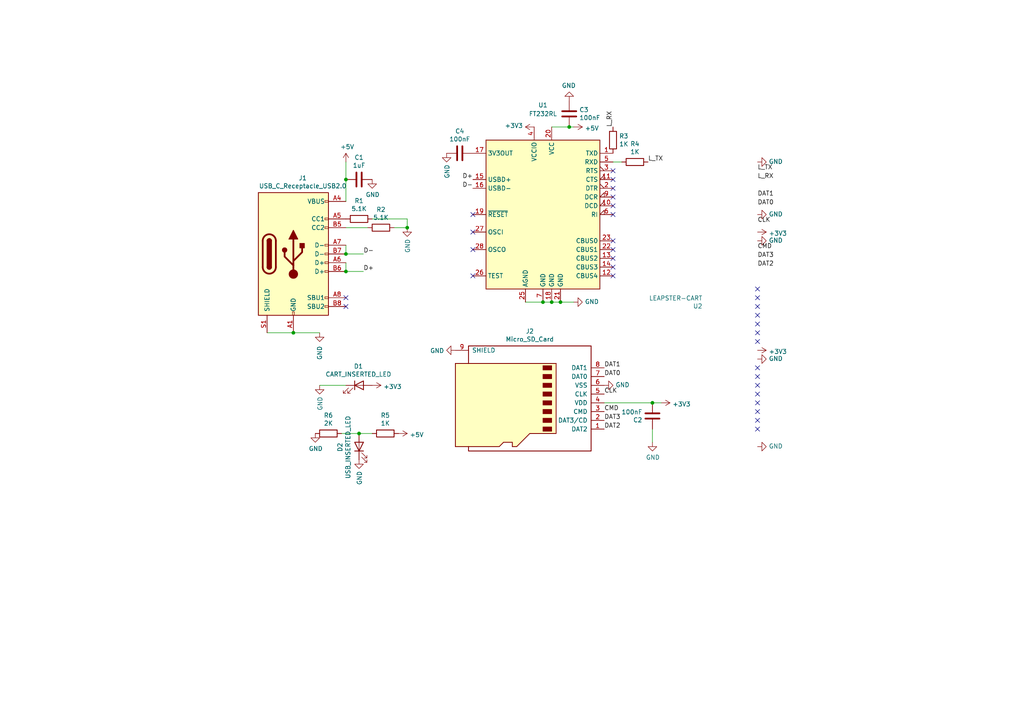
<source format=kicad_sch>
(kicad_sch (version 20211123) (generator eeschema)
  (paper "A4")
  (lib_symbols
    (symbol "Connector:Micro_SD_Card" (pin_names (offset 1.016))
      (property "Reference" "J" (at -16.51 15.24 0))
      (property "Value" "Micro_SD_Card" (at 16.51 15.24 0))
      (symbol "Micro_SD_Card_0_1"
        (rectangle (start -7.62 -9.525) (end -5.08 -10.795) (fill (type outline)))
        (rectangle (start -7.62 -6.985) (end -5.08 -8.255) (fill (type outline)))
        (rectangle (start -7.62 -4.445) (end -5.08 -5.715) (fill (type outline)))
        (rectangle (start -7.62 -1.905) (end -5.08 -3.175) (fill (type outline)))
        (rectangle (start -7.62 0.635) (end -5.08 -0.635) (fill (type outline)))
        (rectangle (start -7.62 3.175) (end -5.08 1.905) (fill (type outline)))
        (rectangle (start -7.62 5.715) (end -5.08 4.445) (fill (type outline)))
        (rectangle (start -7.62 8.255) (end -5.08 6.985) (fill (type outline)))
        (polyline (pts (xy 16.51 12.7) (xy 16.51 13.97) (xy -19.05 13.97) (xy -19.05 -16.51) (xy 16.51 -16.51) (xy 16.51 -11.43)) (stroke (width 0.254)))
        (polyline (pts (xy -8.89 -11.43) (xy -8.89 8.89) (xy -1.27 8.89) (xy 2.54 12.7) (xy 3.81 12.7) (xy 3.81 11.43) (xy 6.35 11.43) (xy 7.62 12.7) (xy 20.32 12.7) (xy 20.32 -11.43) (xy -8.89 -11.43)) (stroke (width 0.254)) (fill (type background)))
      )
      (symbol "Micro_SD_Card_1_1"
        (pin bidirectional line (at -22.86 7.62 0) (length 3.81) (name "DAT2") (number "1"))
        (pin bidirectional line (at -22.86 5.08 0) (length 3.81) (name "DAT3/CD") (number "2"))
        (pin input line (at -22.86 2.54 0) (length 3.81) (name "CMD") (number "3"))
        (pin power_in line (at -22.86 0 0) (length 3.81) (name "VDD") (number "4"))
        (pin input line (at -22.86 -2.54 0) (length 3.81) (name "CLK") (number "5"))
        (pin power_in line (at -22.86 -5.08 0) (length 3.81) (name "VSS") (number "6"))
        (pin bidirectional line (at -22.86 -7.62 0) (length 3.81) (name "DAT0") (number "7"))
        (pin bidirectional line (at -22.86 -10.16 0) (length 3.81) (name "DAT1") (number "8"))
        (pin passive line (at 20.32 -15.24 180) (length 3.81) (name "SHIELD") (number "9"))
      )
    )
    (symbol "Connector:USB_C_Receptacle_USB2.0" (pin_names (offset 1.016))
      (property "Reference" "J" (at -10.16 19.05 0))
      (property "Value" "USB_C_Receptacle_USB2.0" (at 19.05 19.05 0))
      (symbol "USB_C_Receptacle_USB2.0_0_0"
        (rectangle (start -0.254 -17.78) (end 0.254 -16.764))
        (rectangle (start 10.16 -14.986) (end 9.144 -15.494))
        (rectangle (start 10.16 -12.446) (end 9.144 -12.954))
        (rectangle (start 10.16 -4.826) (end 9.144 -5.334))
        (rectangle (start 10.16 -2.286) (end 9.144 -2.794))
        (rectangle (start 10.16 0.254) (end 9.144 -0.254))
        (rectangle (start 10.16 2.794) (end 9.144 2.286))
        (rectangle (start 10.16 7.874) (end 9.144 7.366))
        (rectangle (start 10.16 10.414) (end 9.144 9.906))
        (rectangle (start 10.16 15.494) (end 9.144 14.986))
      )
      (symbol "USB_C_Receptacle_USB2.0_0_1"
        (rectangle (start -10.16 17.78) (end 10.16 -17.78) (stroke (width 0.254)) (fill (type background)))
        (arc (start -8.89 -3.81) (mid -6.985 -5.715) (end -5.08 -3.81) (stroke (width 0.508)))
        (arc (start -7.62 -3.81) (mid -6.985 -4.445) (end -6.35 -3.81) (stroke (width 0.254)))
        (arc (start -7.62 -3.81) (mid -6.985 -4.445) (end -6.35 -3.81) (stroke (width 0.254)) (fill (type outline)))
        (rectangle (start -7.62 -3.81) (end -6.35 3.81) (stroke (width 0.254)) (fill (type outline)))
        (arc (start -6.35 3.81) (mid -6.985 4.445) (end -7.62 3.81) (stroke (width 0.254)))
        (arc (start -6.35 3.81) (mid -6.985 4.445) (end -7.62 3.81) (stroke (width 0.254)) (fill (type outline)))
        (arc (start -5.08 3.81) (mid -6.985 5.715) (end -8.89 3.81) (stroke (width 0.508)))
        (circle (center -2.54 1.143) (radius 0.635) (stroke (width 0.254)) (fill (type outline)))
        (circle (center 0 -5.842) (radius 1.27) (fill (type outline)))
        (polyline (pts (xy -8.89 -3.81) (xy -8.89 3.81)) (stroke (width 0.508)))
        (polyline (pts (xy -5.08 3.81) (xy -5.08 -3.81)) (stroke (width 0.508)))
        (polyline (pts (xy 0 -5.842) (xy 0 4.318)) (stroke (width 0.508)))
        (polyline (pts (xy 0 -3.302) (xy -2.54 -0.762) (xy -2.54 0.508)) (stroke (width 0.508)))
        (polyline (pts (xy 0 -2.032) (xy 2.54 0.508) (xy 2.54 1.778)) (stroke (width 0.508)))
        (polyline (pts (xy -1.27 4.318) (xy 0 6.858) (xy 1.27 4.318) (xy -1.27 4.318)) (stroke (width 0.254)) (fill (type outline)))
        (rectangle (start 1.905 1.778) (end 3.175 3.048) (stroke (width 0.254)) (fill (type outline)))
      )
      (symbol "USB_C_Receptacle_USB2.0_1_1"
        (pin passive line (at 0 -22.86 90) (length 5.08) (name "GND") (number "A1"))
        (pin passive line (at 0 -22.86 90) (length 5.08) hide (name "GND") (number "A12"))
        (pin passive line (at 15.24 15.24 180) (length 5.08) (name "VBUS") (number "A4"))
        (pin bidirectional line (at 15.24 10.16 180) (length 5.08) (name "CC1") (number "A5"))
        (pin bidirectional line (at 15.24 -2.54 180) (length 5.08) (name "D+") (number "A6"))
        (pin bidirectional line (at 15.24 2.54 180) (length 5.08) (name "D-") (number "A7"))
        (pin bidirectional line (at 15.24 -12.7 180) (length 5.08) (name "SBU1") (number "A8"))
        (pin passive line (at 15.24 15.24 180) (length 5.08) hide (name "VBUS") (number "A9"))
        (pin passive line (at 0 -22.86 90) (length 5.08) hide (name "GND") (number "B1"))
        (pin passive line (at 0 -22.86 90) (length 5.08) hide (name "GND") (number "B12"))
        (pin passive line (at 15.24 15.24 180) (length 5.08) hide (name "VBUS") (number "B4"))
        (pin bidirectional line (at 15.24 7.62 180) (length 5.08) (name "CC2") (number "B5"))
        (pin bidirectional line (at 15.24 -5.08 180) (length 5.08) (name "D+") (number "B6"))
        (pin bidirectional line (at 15.24 0 180) (length 5.08) (name "D-") (number "B7"))
        (pin bidirectional line (at 15.24 -15.24 180) (length 5.08) (name "SBU2") (number "B8"))
        (pin passive line (at 15.24 15.24 180) (length 5.08) hide (name "VBUS") (number "B9"))
        (pin passive line (at -7.62 -22.86 90) (length 5.08) (name "SHIELD") (number "S1"))
      )
    )
    (symbol "Device:C" (pin_numbers hide) (pin_names (offset 0.254))
      (property "Reference" "C" (at 0.635 2.54 0))
      (property "Value" "C" (at 0.635 -2.54 0))
      (symbol "C_0_1"
        (polyline (pts (xy -2.032 -0.762) (xy 2.032 -0.762)) (stroke (width 0.508)))
        (polyline (pts (xy -2.032 0.762) (xy 2.032 0.762)) (stroke (width 0.508)))
      )
      (symbol "C_1_1"
        (pin passive line (at 0 3.81 270) (length 2.794) (name "~") (number "1"))
        (pin passive line (at 0 -3.81 90) (length 2.794) (name "~") (number "2"))
      )
    )
    (symbol "Device:LED" (pin_numbers hide) (pin_names (offset 1.016) hide)
      (property "Reference" "D" (at 0 2.54 0))
      (property "Value" "LED" (at 0 -2.54 0))
      (symbol "LED_0_1"
        (polyline (pts (xy -1.27 -1.27) (xy -1.27 1.27)) (stroke (width 0.254)))
        (polyline (pts (xy -1.27 0) (xy 1.27 0)))
        (polyline (pts (xy 1.27 -1.27) (xy 1.27 1.27) (xy -1.27 0) (xy 1.27 -1.27)) (stroke (width 0.254)))
        (polyline (pts (xy -3.048 -0.762) (xy -4.572 -2.286) (xy -3.81 -2.286) (xy -4.572 -2.286) (xy -4.572 -1.524)))
        (polyline (pts (xy -1.778 -0.762) (xy -3.302 -2.286) (xy -2.54 -2.286) (xy -3.302 -2.286) (xy -3.302 -1.524)))
      )
      (symbol "LED_1_1"
        (pin passive line (at -3.81 0 0) (length 2.54) (name "K") (number "1"))
        (pin passive line (at 3.81 0 180) (length 2.54) (name "A") (number "2"))
      )
    )
    (symbol "Device:R" (pin_numbers hide) (pin_names (offset 0))
      (property "Reference" "R" (at 2.032 0 90))
      (property "Value" "R" (at 0 0 90))
      (symbol "R_0_1"
        (rectangle (start -1.016 -2.54) (end 1.016 2.54) (stroke (width 0.254)))
      )
      (symbol "R_1_1"
        (pin passive line (at 0 3.81 270) (length 1.27) (name "~") (number "1"))
        (pin passive line (at 0 -3.81 90) (length 1.27) (name "~") (number "2"))
      )
    )
    (symbol "Interface_USB:FT232RL"
      (property "Reference" "U" (at -16.51 22.86 0))
      (property "Value" "FT232RL" (at 10.16 22.86 0))
      (symbol "FT232RL_0_1"
        (rectangle (start -16.51 21.59) (end 16.51 -21.59) (stroke (width 0.254)) (fill (type background)))
      )
      (symbol "FT232RL_1_1"
        (pin output line (at 20.32 17.78 180) (length 3.81) (name "TXD") (number "1"))
        (pin input input_low (at 20.32 2.54 180) (length 3.81) (name "DCD") (number "10"))
        (pin input input_low (at 20.32 10.16 180) (length 3.81) (name "CTS") (number "11"))
        (pin bidirectional line (at 20.32 -17.78 180) (length 3.81) (name "CBUS4") (number "12"))
        (pin bidirectional line (at 20.32 -12.7 180) (length 3.81) (name "CBUS2") (number "13"))
        (pin bidirectional line (at 20.32 -15.24 180) (length 3.81) (name "CBUS3") (number "14"))
        (pin bidirectional line (at -20.32 10.16 0) (length 3.81) (name "USBD+") (number "15"))
        (pin bidirectional line (at -20.32 7.62 0) (length 3.81) (name "USBD-") (number "16"))
        (pin power_out line (at -20.32 17.78 0) (length 3.81) (name "3V3OUT") (number "17"))
        (pin power_in line (at 2.54 -25.4 90) (length 3.81) (name "GND") (number "18"))
        (pin input line (at -20.32 0 0) (length 3.81) (name "~{RESET}") (number "19"))
        (pin output output_low (at 20.32 7.62 180) (length 3.81) (name "DTR") (number "2"))
        (pin power_in line (at 2.54 25.4 270) (length 3.81) (name "VCC") (number "20"))
        (pin power_in line (at 5.08 -25.4 90) (length 3.81) (name "GND") (number "21"))
        (pin bidirectional line (at 20.32 -10.16 180) (length 3.81) (name "CBUS1") (number "22"))
        (pin bidirectional line (at 20.32 -7.62 180) (length 3.81) (name "CBUS0") (number "23"))
        (pin power_in line (at -5.08 -25.4 90) (length 3.81) (name "AGND") (number "25"))
        (pin input line (at -20.32 -17.78 0) (length 3.81) (name "TEST") (number "26"))
        (pin input line (at -20.32 -5.08 0) (length 3.81) (name "OSCI") (number "27"))
        (pin output line (at -20.32 -10.16 0) (length 3.81) (name "OSCO") (number "28"))
        (pin output output_low (at 20.32 12.7 180) (length 3.81) (name "RTS") (number "3"))
        (pin power_in line (at -2.54 25.4 270) (length 3.81) (name "VCCIO") (number "4"))
        (pin input line (at 20.32 15.24 180) (length 3.81) (name "RXD") (number "5"))
        (pin input input_low (at 20.32 0 180) (length 3.81) (name "RI") (number "6"))
        (pin power_in line (at 0 -25.4 90) (length 3.81) (name "GND") (number "7"))
        (pin input input_low (at 20.32 5.08 180) (length 3.81) (name "DCR") (number "9"))
      )
    )
    (symbol "power:+3V3" (power) (pin_names (offset 0))
      (property "Value" "+3V3" (at 0 3.556 0))
      (symbol "+3V3_0_1"
        (polyline (pts (xy -0.762 1.27) (xy 0 2.54)))
        (polyline (pts (xy 0 0) (xy 0 2.54)))
        (polyline (pts (xy 0 2.54) (xy 0.762 1.27)))
      )
      (symbol "+3V3_1_1"
        (pin power_in line (at 0 0 90) (length 0) hide (name "+3V3") (number "1"))
      )
    )
    (symbol "power:+5V" (power) (pin_names (offset 0))
      (property "Value" "+5V" (at 0 3.556 0))
      (symbol "+5V_0_1"
        (polyline (pts (xy -0.762 1.27) (xy 0 2.54)))
        (polyline (pts (xy 0 0) (xy 0 2.54)))
        (polyline (pts (xy 0 2.54) (xy 0.762 1.27)))
      )
      (symbol "+5V_1_1"
        (pin power_in line (at 0 0 90) (length 0) hide (name "+5V") (number "1"))
      )
    )
    (symbol "power:GND" (power) (pin_names (offset 0))
      (property "Value" "GND" (at 0 -3.81 0))
      (symbol "GND_0_1"
        (polyline (pts (xy 0 0) (xy 0 -1.27) (xy 1.27 -1.27) (xy 0 -2.54) (xy -1.27 -1.27) (xy 0 -1.27)))
      )
      (symbol "GND_1_1"
        (pin power_in line (at 0 0 270) (length 0) hide (name "GND") (number "1"))
      )
    )
  )
  (junction (at 165.1 36.83))
  (junction (at 157.48 87.63))
  (junction (at 162.56 87.63))
  (junction (at 160.02 87.63))
  (junction (at 85.09 96.52))
  (junction (at 104.14 125.73))
  (junction (at 189.23 116.84))
  (junction (at 118.11 66.04))
  (junction (at 100.33 73.66))
  (junction (at 100.33 78.74))
  (junction (at 100.33 52.07))
  (no_connect (at 219.71 111.76))
  (no_connect (at 219.71 88.9))
  (no_connect (at 219.71 116.84))
  (no_connect (at 219.71 91.44))
  (no_connect (at 219.71 121.92))
  (no_connect (at 219.71 114.3))
  (no_connect (at 219.71 83.82))
  (no_connect (at 177.8 69.85))
  (no_connect (at 219.71 99.06))
  (no_connect (at 137.16 80.01))
  (no_connect (at 177.8 57.15))
  (no_connect (at 219.71 124.46))
  (no_connect (at 219.71 93.98))
  (no_connect (at 100.33 88.9))
  (no_connect (at 137.16 67.31))
  (no_connect (at 137.16 72.39))
  (no_connect (at 177.8 80.01))
  (no_connect (at 219.71 119.38))
  (no_connect (at 219.71 109.22))
  (no_connect (at 219.71 86.36))
  (no_connect (at 177.8 74.93))
  (no_connect (at 219.71 106.68))
  (no_connect (at 177.8 52.07))
  (no_connect (at 177.8 77.47))
  (no_connect (at 177.8 54.61))
  (no_connect (at 100.33 86.36))
  (no_connect (at 177.8 62.23))
  (no_connect (at 219.71 96.52))
  (no_connect (at 177.8 59.69))
  (no_connect (at 177.8 72.39))
  (no_connect (at 177.8 49.53))
  (no_connect (at 137.16 62.23))
  (wire (pts (xy 189.23 116.84) (xy 191.77 116.84)))
  (wire (pts (xy 100.33 71.12) (xy 100.33 73.66)))
  (wire (pts (xy 189.23 124.46) (xy 189.23 128.27)))
  (wire (pts (xy 77.47 96.52) (xy 85.09 96.52)))
  (wire (pts (xy 100.33 46.99) (xy 100.33 52.07)))
  (wire (pts (xy 100.33 52.07) (xy 100.33 58.42)))
  (wire (pts (xy 85.09 96.52) (xy 92.71 96.52)))
  (wire (pts (xy 165.1 36.83) (xy 166.37 36.83)))
  (wire (pts (xy 152.4 87.63) (xy 157.48 87.63)))
  (wire (pts (xy 160.02 87.63) (xy 162.56 87.63)))
  (wire (pts (xy 100.33 66.04) (xy 106.68 66.04)))
  (wire (pts (xy 177.8 46.99) (xy 180.34 46.99)))
  (wire (pts (xy 175.26 116.84) (xy 189.23 116.84)))
  (wire (pts (xy 100.33 76.2) (xy 100.33 78.74)))
  (wire (pts (xy 92.71 111.76) (xy 100.33 111.76)))
  (wire (pts (xy 100.33 73.66) (xy 105.41 73.66)))
  (wire (pts (xy 160.02 36.83) (xy 165.1 36.83)))
  (wire (pts (xy 99.06 125.73) (xy 104.14 125.73)))
  (wire (pts (xy 107.95 63.5) (xy 118.11 63.5)))
  (wire (pts (xy 107.95 125.73) (xy 104.14 125.73)))
  (wire (pts (xy 100.33 78.74) (xy 105.41 78.74)))
  (wire (pts (xy 157.48 87.63) (xy 160.02 87.63)))
  (wire (pts (xy 162.56 87.63) (xy 166.37 87.63)))
  (wire (pts (xy 114.3 66.04) (xy 118.11 66.04)))
  (wire (pts (xy 118.11 66.04) (xy 118.11 63.5)))
  (label "D-" (at 137.16 54.61 180))
  (label "DAT3" (at 219.71 74.93 0))
  (label "DAT0" (at 175.26 109.22 0))
  (label "D+" (at 137.16 52.07 180))
  (label "D+" (at 105.41 78.74 0))
  (label "DAT3" (at 175.26 121.92 0))
  (label "CLK" (at 219.71 64.77 0))
  (label "L_TX" (at 219.71 49.53 0))
  (label "DAT0" (at 219.71 59.69 0))
  (label "L_RX" (at 219.71 52.07 0))
  (label "DAT1" (at 175.26 106.68 0))
  (label "DAT2" (at 219.71 77.47 0))
  (label "CMD" (at 219.71 72.39 0))
  (label "L_TX" (at 187.96 46.99 0))
  (label "DAT1" (at 219.71 57.15 0))
  (label "CLK" (at 175.26 114.3 0))
  (label "CMD" (at 175.26 119.38 0))
  (label "D-" (at 105.41 73.66 0))
  (label "DAT2" (at 175.26 124.46 0))
  (label "L_RX" (at 177.8 36.83 90))
  (symbol (lib_id "Interface_USB:FT232RL") (at 157.48 62.23 0) (unit 1)
    (property "Reference" "U1" (at 157.48 30.48 0))
    (property "Value" "FT232RL" (at 157.48 33.02 0))
    (property "Footprint" "Package_SO:SSOP-28_5.3x10.2mm_P0.65mm" (effects hide))
    (property "Datasheet" "https://www.ftdichip.com/Support/Documents/DataSheets/ICs/DS_FT232R.pdf" (effects hide))
  )
  (symbol (lib_id "power:GND") (at 92.71 96.52 0) (unit 1)
    (property "Reference" "#PWR0114" (effects hide))
    (property "Value" "GND" (at 92.71 100.33 90) (effects (justify right)))
  )
  (symbol (lib_id "Device:C") (at 133.35 44.45 90) (unit 1)
    (property "Reference" "C4" (at 133.35 38.0492 90))
    (property "Value" "100nF" (at 133.35 40.3606 90))
    (property "Footprint" "Capacitor_SMD:C_0603_1608Metric" (effects hide))
  )
  (symbol (lib_id "power:GND") (at 129.54 44.45 0) (unit 1)
    (property "Reference" "#PWR0120" (effects hide))
    (property "Value" "GND" (at 129.667 47.7012 90) (effects (justify right)))
  )
  (symbol (lib_id "Device:C") (at 104.14 52.07 270) (unit 1)
    (property "Reference" "C1" (at 104.14 45.6692 90))
    (property "Value" "1uF" (at 104.14 47.9806 90))
    (property "Footprint" "Capacitor_SMD:C_0603_1608Metric" (effects hide))
  )
  (symbol (lib_id "power:GND") (at 107.95 52.07 0) (unit 1)
    (property "Reference" "#PWR0117" (effects hide))
    (property "Value" "GND" (at 108.077 56.4642 0))
  )
  (symbol (lib_id "Device:R") (at 177.8 40.64 0) (unit 1)
    (property "Reference" "R3" (at 179.578 39.4716 0) (effects (justify left)))
    (property "Value" "1K" (at 179.578 41.783 0) (effects (justify left)))
    (property "Footprint" "Resistor_SMD:R_0603_1608Metric" (effects hide))
  )
  (symbol (lib_id "Device:R") (at 184.15 46.99 90) (unit 1)
    (property "Reference" "R4" (at 184.15 41.7322 90))
    (property "Value" "1K" (at 184.15 44.0436 90))
    (property "Footprint" "Resistor_SMD:R_0603_1608Metric" (effects hide))
  )
  (symbol (lib_id "Connector:USB_C_Receptacle_USB2.0") (at 85.09 73.66 0) (unit 1)
    (property "Reference" "J1" (at 87.8078 51.6382 0))
    (property "Value" "USB_C_Receptacle_USB2.0" (at 87.8078 53.9496 0))
    (property "Footprint" "Connector_USB:USB_C_Receptacle_GCT_USB4085" (effects hide))
    (property "Datasheet" "https://www.usb.org/sites/default/files/documents/usb_type-c.zip" (effects hide))
  )
  (symbol (lib_id "Device:R") (at 104.14 63.5 270) (unit 1)
    (property "Reference" "R1" (at 104.14 58.2422 90))
    (property "Value" "5.1K" (at 104.14 60.5536 90))
    (property "Footprint" "Resistor_SMD:R_0603_1608Metric" (effects hide))
  )
  (symbol (lib_id "Device:R") (at 110.49 66.04 270) (unit 1)
    (property "Reference" "R2" (at 110.49 60.7822 90))
    (property "Value" "5.1K" (at 110.49 63.0936 90))
    (property "Footprint" "Resistor_SMD:R_0603_1608Metric" (effects hide))
  )
  (symbol (lib_id "power:GND") (at 118.11 66.04 0) (unit 1)
    (property "Reference" "#PWR0116" (effects hide))
    (property "Value" "GND" (at 118.237 69.2912 90) (effects (justify right)))
  )
  (symbol (lib_id "Leapster:LEAPSTER-CART") (at 217.17 41.91 0) (unit 1)
    (property "Reference" "U2" (at 203.7588 88.7984 0) (effects (justify right)))
    (property "Value" "LEAPSTER-CART" (at 203.7588 86.487 0) (effects (justify right)))
    (property "Footprint" "Leapster:LEAPSTER_CART" (effects hide))
  )
  (symbol (lib_id "power:GND") (at 219.71 46.99 90) (unit 1)
    (property "Reference" "#PWR0111" (effects hide))
    (property "Value" "GND" (at 222.9612 46.863 90) (effects (justify right)))
  )
  (symbol (lib_id "Connector:Micro_SD_Card") (at 152.4 116.84 180) (unit 1)
    (property "Reference" "J2" (at 153.67 96.0882 0))
    (property "Value" "Micro_SD_Card" (at 153.67 98.3996 0))
    (property "Footprint" "SamacSys_Parts:5040771891" (effects hide))
    (property "Datasheet" "http://katalog.we-online.de/em/datasheet/693072010801.pdf" (effects hide))
  )
  (symbol (lib_id "power:GND") (at 219.71 69.85 90) (unit 1)
    (property "Reference" "#PWR0113" (effects hide))
    (property "Value" "GND" (at 222.9612 69.723 90) (effects (justify right)))
  )
  (symbol (lib_id "power:+3V3") (at 219.71 67.31 270) (unit 1)
    (property "Reference" "#PWR0112" (effects hide))
    (property "Value" "+3V3" (at 222.9612 67.691 90) (effects (justify left)))
  )
  (symbol (lib_id "power:+3V3") (at 219.71 101.6 270) (unit 1)
    (property "Reference" "#PWR0110" (effects hide))
    (property "Value" "+3V3" (at 222.9612 101.981 90) (effects (justify left)))
  )
  (symbol (lib_id "power:+5V") (at 100.33 46.99 0) (unit 1)
    (property "Reference" "#PWR0115" (effects hide))
    (property "Value" "+5V" (at 100.711 42.5958 0))
  )
  (symbol (lib_id "power:+3V3") (at 154.94 36.83 90) (unit 1)
    (property "Reference" "#PWR0118" (effects hide))
    (property "Value" "+3V3" (at 151.6888 36.449 90) (effects (justify left)))
  )
  (symbol (lib_id "power:GND") (at 219.71 62.23 90) (unit 1)
    (property "Reference" "#PWR0109" (effects hide))
    (property "Value" "GND" (at 222.9612 62.103 90) (effects (justify right)))
  )
  (symbol (lib_id "power:+3V3") (at 191.77 116.84 270) (unit 1)
    (property "Reference" "#PWR0108" (effects hide))
    (property "Value" "+3V3" (at 195.0212 117.221 90) (effects (justify left)))
  )
  (symbol (lib_id "Device:C") (at 189.23 120.65 180) (unit 1)
    (property "Reference" "C2" (at 186.309 121.8184 0) (effects (justify left)))
    (property "Value" "100nF" (at 186.309 119.507 0) (effects (justify left)))
    (property "Footprint" "Capacitor_SMD:C_0603_1608Metric" (effects hide))
  )
  (symbol (lib_id "power:GND") (at 189.23 128.27 0) (unit 1)
    (property "Reference" "#PWR0107" (effects hide))
    (property "Value" "GND" (at 189.357 132.6642 0))
  )
  (symbol (lib_id "power:GND") (at 175.26 111.76 90) (unit 1)
    (property "Reference" "#PWR0106" (effects hide))
    (property "Value" "GND" (at 178.5112 111.633 90) (effects (justify right)))
  )
  (symbol (lib_id "Device:LED") (at 104.14 111.76 0) (unit 1)
    (property "Reference" "D1" (at 103.9622 106.2482 0))
    (property "Value" "CART_INSERTED_LED" (at 103.9622 108.5596 0))
    (property "Footprint" "Diode_SMD:D_0603_1608Metric" (effects hide))
  )
  (symbol (lib_id "power:+3V3") (at 107.95 111.76 270) (unit 1)
    (property "Reference" "#PWR0104" (effects hide))
    (property "Value" "+3V3" (at 111.2012 112.141 90) (effects (justify left)))
  )
  (symbol (lib_id "power:GND") (at 92.71 111.76 0) (unit 1)
    (property "Reference" "#PWR0103" (effects hide))
    (property "Value" "GND" (at 92.837 115.0112 90) (effects (justify right)))
  )
  (symbol (lib_id "Device:LED") (at 104.14 129.54 90) (unit 1)
    (property "Reference" "D2" (at 98.6282 129.7178 0))
    (property "Value" "USB_INSERTED_LED" (at 100.9396 129.7178 0))
    (property "Footprint" "Diode_SMD:D_0603_1608Metric" (effects hide))
  )
  (symbol (lib_id "power:+5V") (at 115.57 125.73 270) (unit 1)
    (property "Reference" "#PWR0102" (effects hide))
    (property "Value" "+5V" (at 118.8212 126.111 90) (effects (justify left)))
  )
  (symbol (lib_id "power:GND") (at 104.14 133.35 0) (unit 1)
    (property "Reference" "#PWR0101" (effects hide))
    (property "Value" "GND" (at 104.267 136.6012 90) (effects (justify right)))
  )
  (symbol (lib_id "power:GND") (at 132.08 101.6 270) (unit 1)
    (property "Reference" "#PWR0105" (effects hide))
    (property "Value" "GND" (at 128.8288 101.727 90) (effects (justify right)))
  )
  (symbol (lib_id "Device:C") (at 165.1 33.02 180) (unit 1)
    (property "Reference" "C3" (at 168.021 31.8516 0) (effects (justify right)))
    (property "Value" "100nF" (at 168.021 34.163 0) (effects (justify right)))
    (property "Footprint" "Capacitor_SMD:C_0603_1608Metric" (effects hide))
  )
  (symbol (lib_id "power:GND") (at 165.1 29.21 180) (unit 1)
    (property "Reference" "#PWR0119" (effects hide))
    (property "Value" "GND" (at 164.973 24.8158 0))
  )
  (symbol (lib_id "power:GND") (at 219.71 104.14 90) (unit 1)
    (property "Reference" "#PWR0123" (effects hide))
    (property "Value" "GND" (at 222.9612 104.013 90) (effects (justify right)))
  )
  (symbol (lib_id "power:GND") (at 166.37 87.63 90) (unit 1)
    (property "Reference" "#PWR0121" (effects hide))
    (property "Value" "GND" (at 169.6212 87.503 90) (effects (justify right)))
  )
  (symbol (lib_id "power:+5V") (at 166.37 36.83 270) (unit 1)
    (property "Reference" "#PWR0122" (effects hide))
    (property "Value" "+5V" (at 169.6212 37.211 90) (effects (justify left)))
  )
  (symbol (lib_id "power:GND") (at 219.71 129.54 90) (unit 1)
    (property "Reference" "#PWR0124" (effects hide))
    (property "Value" "GND" (at 222.9612 129.413 90) (effects (justify right)))
  )
  (symbol (lib_id "Device:R") (at 111.76 125.73 270) (unit 1)
    (property "Reference" "R5" (at 111.76 120.4722 90))
    (property "Value" "1K" (at 111.76 122.7836 90))
    (property "Footprint" "Resistor_SMD:R_0603_1608Metric" (effects hide))
  )
  (symbol (lib_id "Device:R") (at 95.25 125.73 270) (unit 1)
    (property "Reference" "R6" (at 95.25 120.4722 90))
    (property "Value" "2K" (at 95.25 122.7836 90))
    (property "Footprint" "Resistor_SMD:R_0603_1608Metric" (effects hide))
  )
  (symbol (lib_id "power:GND") (at 91.44 125.73 0) (unit 1)
    (property "Reference" "#PWR0125" (effects hide))
    (property "Value" "GND" (at 91.567 130.1242 0))
  )
)
</source>
